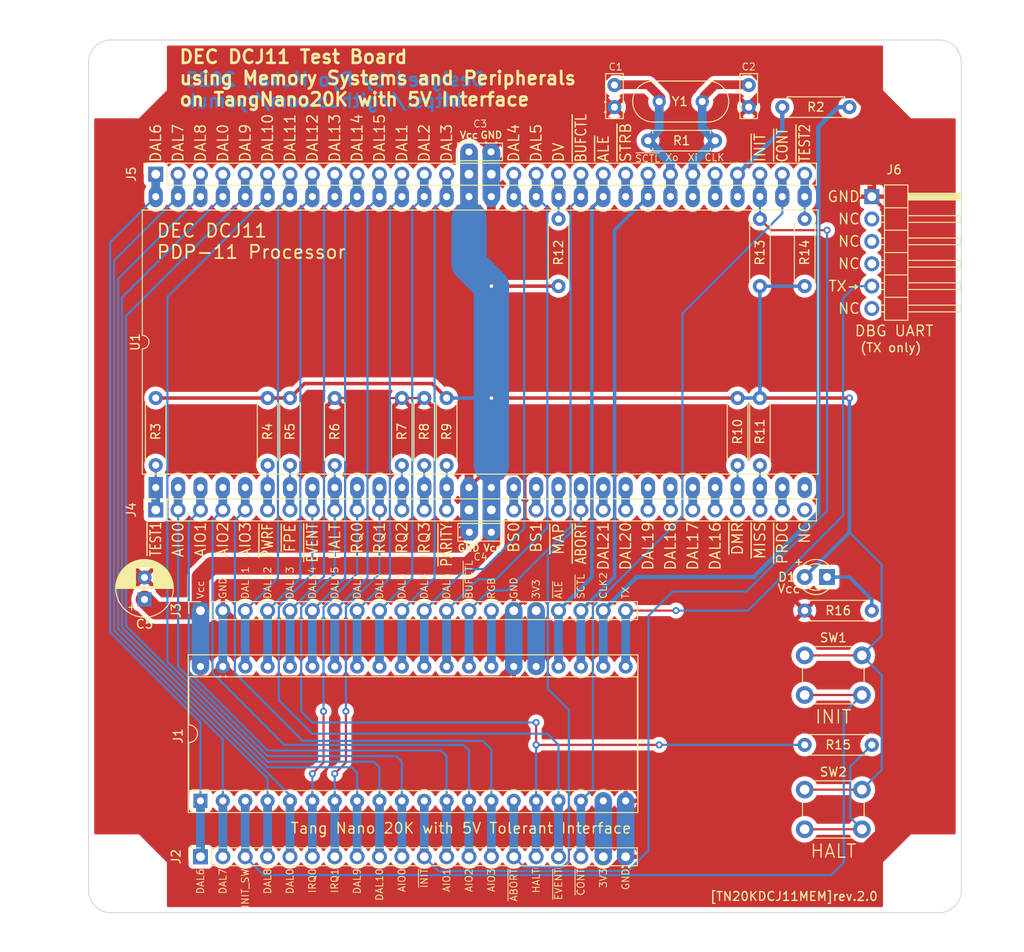
<source format=kicad_pcb>
(kicad_pcb (version 20240108) (generator "pcbnew") (generator_version "8.0")
  (layers (0 "F.Cu" signal) (31 "B.Cu" signal) (34 "B.Paste" user) (35 "F.Paste" user) (36 "B.SilkS" user "B.Silkscreen") (37 "F.SilkS" user "F.Silkscreen") (38 "B.Mask" user) (39 "F.Mask" user) (44 "Edge.Cuts" user))
  (net 0 "")
  (net 1 "GND")
  (net 2 "VCC")
  (net 3 "XTALO")
  (net 4 "XTALI")
  (net 5 "AIO3")
  (net 6 "DAL12")
  (net 7 "DAL14")
  (net 8 "DAL0")
  (net 9 "3V3a")
  (net 10 "DAL13")
  (net 11 "AIO0")
  (net 12 "CLK2_D")
  (net 13 "DAL4")
  (net 14 "AIO2")
  (net 15 "DAL15")
  (net 16 "SCTL_n")
  (net 17 "DAL11")
  (net 18 "DAL3")
  (net 20 "DAL6")
  (net 21 "LED_RGB")
  (net 22 "AIO1")
  (net 23 "DAL7")
  (net 24 "DAL5")
  (net 25 "DAL10")
  (net 28 "DAL9")
  (net 29 "DAL2")
  (net 31 "DAL1")
  (net 32 "ALE_n")
  (net 34 "DAL8")
  (net 35 "BUFCTL_n")
  (net 36 "FPE_n")
  (net 37 "PWRF_n")
  (net 38 "EVENT_n")
  (net 39 "IRQ1")
  (net 40 "BS0")
  (net 41 "HALT")
  (net 42 "DAL17")
  (net 43 "IRQ3")
  (net 44 "DMR_n")
  (net 45 "BS1")
  (net 46 "IRQ0")
  (net 47 "MAP_n")
  (net 48 "DAL16")
  (net 49 "PRDC_n")
  (net 50 "ABORT_n")
  (net 51 "DAL20")
  (net 52 "DAL19")
  (net 53 "TEST1_n")
  (net 54 "DAL21")
  (net 55 "DAL18")
  (net 56 "PARITY_n")
  (net 57 "MISS_n")
  (net 58 "IRQ2")
  (net 59 "Net-(D1-K)")
  (net 60 "STRB_n")
  (net 61 "DV")
  (net 62 "INIT_n")
  (net 63 "CLK2")
  (net 64 "CLK")
  (net 65 "TEST2_n")
  (net 66 "Net-(R15-Pad1)")
  (net 67 "INIT_SW")
  (net 69 "CONT_n")
  (net 70 "GPIO_TX")
  (net 71 "3V3b")
  (footprint "000_MyFootprint:MountingHole_3mm" (layer "F.Cu") (at 93.98 93.98)
    (property "Reference" "REF**")
    (property "Value" "MountingHole_3mm")
  )
  (footprint "000_MyFootprint:R_Axial_DIN0207_L6.3mm_D2.5mm_P7.62mm_Horizontal" (layer "F.Cu") (at 20.32 40.64 -90)
    (property "Reference" "R4")
    (property "Value" "10k")
  )
  (footprint "000_MyFootprint:SW_PUSH_6mm_H4.3mm" (layer "F.Cu") (at 81.28 69.85)
    (property "Reference" "SW1")
    (property "Value" "INIT")
  )
  (footprint "000_MyFootprint:R_Axial_DIN0207_L6.3mm_D2.5mm_P7.62mm_Horizontal" (layer "F.Cu") (at 40.64 40.64 -90)
    (property "Reference" "R9")
    (property "Value" "10k")
  )
  (footprint "000_MyFootprint:R_Axial_DIN0207_L6.3mm_D2.5mm_P7.62mm_Horizontal" (layer "F.Cu") (at 22.86 40.64 -90)
    (property "Reference" "R5")
    (property "Value" "10k")
  )
  (footprint "000_MyFootprint:PinSocket_1x30_P2.54mm_Vertical" (layer "F.Cu") (at 7.62 53.34 90)
    (property "Reference" "J4")
    (property "Value" "Conn_01x30")
  )
  (footprint "000_MyFootprint:R_Axial_DIN0207_L6.3mm_D2.5mm_P7.62mm_Horizontal" (layer "F.Cu") (at 76.2 40.64 -90)
    (property "Reference" "R11")
    (property "Value" "10k")
  )
  (footprint "000_MyFootprint:R_Axial_DIN0207_L6.3mm_D2.5mm_P7.62mm_Horizontal" (layer "F.Cu") (at 81.28 64.77)
    (property "Reference" "R16")
    (property "Value" "100k")
  )
  (footprint "000_MyFootprint:R_Axial_DIN0207_L6.3mm_D2.5mm_P7.62mm_Horizontal" (layer "F.Cu") (at 78.74 7.62)
    (property "Reference" "R2")
    (property "Value" "33")
  )
  (footprint "000_MyFootprint:R_Axial_DIN0207_L6.3mm_D2.5mm_P7.62mm_Horizontal" (layer "F.Cu") (at 53.34 27.94 90)
    (property "Reference" "R12")
    (property "Value" "10k")
  )
  (footprint "000_MyFootprint:PinHeader_1x06_P2.54mm_Horizontal" (layer "F.Cu") (at 88.9 17.78)
    (property "Reference" "J6")
    (property "Value" "DBG UART")
  )
  (footprint "000_MyFootprint:PinSocket_1x20_P2.54mm_Vertical" (layer "F.Cu") (at 12.7 64.77 90)
    (property "Reference" "J3")
    (property "Value" "Conn_01x20")
  )
  (footprint "000_MyFootprint:R_Axial_DIN0207_L6.3mm_D2.5mm_P7.62mm_Horizontal" (layer "F.Cu") (at 35.56 40.64 -90)
    (property "Reference" "R7")
    (property "Value" "10k")
  )
  (footprint "000_MyFootprint:Crystal_HC49-U_Vertical" (layer "F.Cu") (at 69.65 6.985 180)
    (property "Reference" "Y1")
    (property "Value" "18MHz")
  )
  (footprint "000_MyFootprint:LED_D3.0mm" (layer "F.Cu") (at 83.82 60.96 180)
    (property "Reference" "D1")
    (property "Value" "LED")
  )
  (footprint "000_MyFootprint:C_Disc_D5.0mm_W2.5mm_P2.50mm" (layer "F.Cu") (at 59.69 7.62 90)
    (property "Reference" "C1")
    (property "Value" "68p")
  )
  (footprint "000_MyFootprint:C_Disc_D5.0mm_W2.5mm_P2.50mm" (layer "F.Cu") (at 74.93 7.62 90)
    (property "Reference" "C2")
    (property "Value" "68p")
  )
  (footprint "000_MyFootprint:C_Disc_D5.0mm_W2.5mm_P2.50mm" (layer "F.Cu") (at 45.72 55.88 180)
    (property "Reference" "C4")
    (property "Value" "0.33uF")
  )
  (footprint "000_MyFootprint:R_Axial_DIN0207_L6.3mm_D2.5mm_P7.62mm_Horizontal" (layer "F.Cu") (at 7.62 40.64 -90)
    (property "Reference" "R3")
    (property "Value" "10k")
  )
  (footprint "000_MyFootprint:MountingHole_3mm" (layer "F.Cu") (at 5.08 5.08)
    (property "Reference" "REF**")
    (property "Value" "MountingHole_3mm")
  )
  (footprint "000_MyFootprint:SW_PUSH_6mm_H4.3mm" (layer "F.Cu") (at 81.28 85.09)
    (property "Reference" "SW2")
    (property "Value" "HALT")
  )
  (footprint "000_MyFootprint:R_Axial_DIN0207_L6.3mm_D2.5mm_P7.62mm_Horizontal" (layer "F.Cu") (at 73.66 40.64 -90)
    (property "Reference" "R10")
    (property "Value" "10k")
  )
  (footprint "000_MyFootprint:R_Axial_DIN0207_L6.3mm_D2.5mm_P7.62mm_Horizontal" (layer "F.Cu") (at 63.5 11.43)
    (property "Reference" "R1")
    (property "Value" "1M")
  )
  (footprint "000_MyFootprint:DIP-60_W33.02mm_LongPads" (layer "F.Cu") (at 7.62 50.8 90)
    (property "Reference" "U1")
    (property "Value" "DCJ11")
  )
  (footprint "000_MyFootprint:C_Disc_D5.0mm_W2.5mm_P2.50mm" (layer "F.Cu") (at 43.18 12.7)
    (property "Reference" "C3")
    (property "Value" "0.33uF")
  )
  (footprint "000_MyFootprint:R_Axial_DIN0207_L6.3mm_D2.5mm_P7.62mm_Horizontal" (layer "F.Cu") (at 38.1 40.64 -90)
    (property "Reference" "R8")
    (property "Value" "10k")
  )
  (footprint "000_MyFootprint:R_Axial_DIN0207_L6.3mm_D2.5mm_P7.62mm_Horizontal" (layer "F.Cu") (at 88.9 80.01 180)
    (property "Reference" "R15")
    (property "Value" "1k")
  )
  (footprint "000_MyFootprint:R_Axial_DIN0207_L6.3mm_D2.5mm_P7.62mm_Horizontal" (layer "F.Cu") (at 27.94 40.64 -90)
    (property "Reference" "R6")
    (property "Value" "10k")
  )
  (footprint "000_MyFootprint:DIP-40_W15.24mm_Socket" (layer "F.Cu") (at 12.7 86.36 90)
    (property "Reference" "J1")
    (property "Value" "TangNano20K5VInterface")
  )
  (footprint "000_MyFootprint:R_Axial_DIN0207_L6.3mm_D2.5mm_P7.62mm_Horizontal" (layer "F.Cu") (at 81.28 27.94 90)
    (property "Reference" "R14")
    (property "Value" "10k")
  )
  (footprint "000_MyFootprint:PinSocket_1x20_P2.54mm_Vertical" (layer "F.Cu") (at 12.7 92.71 90)
    (property "Reference" "J2")
    (property "Value" "Conn_01x20")
  )
  (footprint "000_MyFootprint:MountingHole_3mm" (layer "F.Cu") (at 5.08 93.98)
    (property "Reference" "REF**")
    (property "Value" "MountingHole_3mm")
  )
  (footprint "000_MyFootprint:CP_Radial_D6.3mm_P2.50mm" (layer "F.Cu") (at 6.35 63.5 90)
    (property "Reference" "C5")
    (property "Value" "47uF")
  )
  (footprint "000_MyFootprint:R_Axial_DIN0207_L6.3mm_D2.5mm_P7.62mm_Horizontal" (layer "F.Cu") (at 76.2 27.94 90)
    (property "Reference" "R13")
    (property "Value" "10k")
  )
  (footprint "000_MyFootprint:PinSocket_1x30_P2.54mm_Vertical" (layer "F.Cu") (at 7.62 15.24 90)
    (property "Reference" "J5")
    (property "Value" "Conn_01x30")
  )
  (footprint "000_MyFootprint:MountingHole_3mm" (layer "F.Cu") (at 93.98 5.08)
    (property "Reference" "REF**")
    (property "Value" "MountingHole_3mm")
  )
  (gr_line (start 2.54 0) (end 96.52 0) (stroke (width 0.1)) (layer "Edge.Cuts"))
  (gr_arc (start 2.54 99.06) (mid 0.743949 98.316051) (end 0 96.52) (stroke (width 0.1)) (layer "Edge.Cuts"))
  (gr_arc (start 96.52 0) (mid 98.316051 0.743949) (end 99.06 2.54) (stroke (width 0.1)) (layer "Edge.Cuts"))
  (gr_line (start 99.06 2.54) (end 99.06 96.52) (stroke (width 0.1)) (layer "Edge.Cuts"))
  (gr_arc (start 0 2.54) (mid 0.743949 0.743949) (end 2.54 0) (stroke (width 0.1)) (layer "Edge.Cuts"))
  (gr_line (start 0 96.52) (end 0 2.54) (stroke (width 0.1)) (layer "Edge.Cuts"))
  (gr_arc (start 99.06 96.52) (mid 98.316051 98.316051) (end 96.52 99.06) (stroke (width 0.1)) (layer "Edge.Cuts"))
  (gr_line (start 96.52 99.06) (end 2.54 99.06) (stroke (width 0.1)) (layer "Edge.Cuts"))
  (gr_text "Designed by Ryo Mukai, 2025\nhttps://github.com/ryomuk" (at 10.795 5.715 0) (layer "B.Cu") (effects (font (size 1.5 1.5) (thickness 0.3) (bold yes)) (justify right mirror)))
  (gr_text "IRQ0" (at 25.4 93.98 90) (layer "F.SilkS") (effects (font (size 0.8 0.8) (thickness 0.1)) (justify right)))
  (gr_text "DAL0" (at 22.86 93.98 90) (layer "F.SilkS") (effects (font (size 0.8 0.8) (thickness 0.1)) (justify right)))
  (gr_text "~{CONT}" (at 78.74 13.97 90) (layer "F.SilkS") (effects (font (size 1.2 1)) (justify left)))
  (gr_text "3V3" (at 58.42 93.98 90) (layer "F.SilkS") (effects (font (size 0.8 0.8) (thickness 0.1)) (justify right)))
  (gr_text "~{SCTL}" (at 55.88 63.5 90) (layer "F.SilkS") (effects (font (size 0.8 0.8) (thickness 0.1)) (justify left)))
  (gr_text "DAL1" (at 35.56 13.97 90) (layer "F.SilkS") (effects (font (size 1.2 1.2)) (justify left)))
  (gr_text "DAL2" (at 38.1 13.97 90) (layer "F.SilkS") (effects (font (size 1.2 1.2)) (justify left)))
  (gr_text "IRQ2" (at 35.56 54.61 90) (layer "F.SilkS") (effects (font (size 1.2 1.2)) (justify right)))
  (gr_text "NC" (at 87.63 30.48 0) (layer "F.SilkS") (effects (font (size 1.2 1.2)) (justify right)))
  (gr_text "~{BUFCTL}" (at 55.88 13.97 90) (layer "F.SilkS") (effects (font (size 1.2 1)) (justify left)))
  (gr_text "AIO0" (at 35.56 93.98 90) (layer "F.SilkS") (effects (font (size 0.8 0.8) (thickness 0.1)) (justify right)))
  (gr_text "INIT_SW" (at 17.78 93.98 90) (layer "F.SilkS") (effects (font (size 0.8 0.8) (thickness 0.1)) (justify right)))
  (gr_text "~{EVENT}" (at 53.34 93.98 90) (layer "F.SilkS") (effects (font (size 0.8 0.8) (thickness 0.1)) (justify right)))
  (gr_text "~{TEST1}" (at 7.62 54.61 90) (layer "F.SilkS") (effects (font (size 1.2 0.9)) (justify right)))
  (gr_text "TX" (at 60.96 63.5 90) (layer "F.SilkS") (effects (font (size 0.8 0.8) (thickness 0.1)) (justify left)))
  (gr_text "~{DMR}" (at 73.66 54.61 90) (layer "F.SilkS") (effects (font (size 1.2 1.2)) (justify right)))
  (gr_text "IRQ1" (at 27.94 93.98 90) (layer "F.SilkS") (effects (font (size 0.8 0.8) (thickness 0.1)) (justify right)))
  (gr_text "TX→" (at 87.63 27.94 0) (layer "F.SilkS") (effects (font (size 1.2 1.2)) (justify right)))
  (gr_text "IRQ0" (at 30.48 54.61 90) (layer "F.SilkS") (effects (font (size 1.2 1.2)) (justify right)))
  (gr_text "DAL2" (at 33.02 63.5 90) (layer "F.SilkS") (effects (font (size 0.8 0.8) (thickness 0.1)) (justify left)))
  (gr_text "Vcc" (at 12.7 63.5 90) (layer "F.SilkS") (effects (font (size 0.8 0.8) (thickness 0.1)) (justify left)))
  (gr_text "~{MISS}" (at 76.2 54.61 90) (layer "F.SilkS") (effects (font (size 1.2 1.2)) (justify right)))
  (gr_text "AIO2" (at 43.18 93.98 90) (layer "F.SilkS") (effects (font (size 0.8 0.8) (thickness 0.1)) (justify right)))
  (gr_text "DAL11" (at 17.78 63.5 90) (layer "F.SilkS") (effects (font (size 0.8 0.8) (thickness 0.1)) (justify left)))
  (gr_text "~{TEST2}" (at 81.28 13.97 90) (layer "F.SilkS") (effects (font (size 1.2 1)) (justify left)))
  (gr_text "DAL17" (at 68.58 54.61 90) (layer "F.SilkS") (effects (font (size 1.2 1.2)) (justify right)))
  (gr_text "~{PARITY}" (at 40.64 54.737 90) (layer "F.SilkS") (effects (font (size 1.2 1)) (justify right)))
  (gr_text "DAL15" (at 33.02 13.97 90) (layer "F.SilkS") (effects (font (size 1.2 1.2)) (justify left)))
  (gr_text "~{PWRF}" (at 20.32 54.737 90) (layer "F.SilkS") (effects (font (size 1.2 1)) (justify right)))
  (gr_text "DAL13" (at 27.94 13.97 90) (layer "F.SilkS") (effects (font (size 1.2 1.2)) (justify left)))
  (gr_text "DAL13" (at 22.86 63.5 90) (layer "F.SilkS") (effects (font (size 0.8 0.8) (thickness 0.1)) (justify left)))
  (gr_text "~{STRB}" (at 60.96 13.97 90) (layer "F.SilkS") (effects (font (size 1.2 1.2)) (justify left)))
  (gr_text "NC" (at 87.63 22.86 0) (layer "F.SilkS") (effects (font (size 1.2 1.2)) (justify right)))
  (gr_text "DAL3" (at 40.64 13.97 90) (layer "F.SilkS") (effects (font (size 1.2 1.2)) (justify left)))
  (gr_text "BS0" (at 48.26 54.61 90) (layer "F.SilkS") (effects (font (size 1.2 1.2)) (justify right)))
  (gr_text "GND" (at 44.45 57.658 0) (layer "F.SilkS") (effects (font (size 0.8 0.8)) (justify right)))
  (gr_text "DAL10" (at 33.02 93.98 90) (layer "F.SilkS") (effects (font (size 0.8 0.8) (thickness 0.1)) (justify right)))
  (gr_text "DAL16" (at 71.12 54.61 90) (layer "F.SilkS") (effects (font (size 1.2 1.2)) (justify right)))
  (gr_text "DAL12" (at 25.4 13.97 90) (layer "F.SilkS") (effects (font (size 1.2 1.2)) (justify left)))
  (gr_text "DAL8" (at 12.7 13.97 90) (layer "F.SilkS") (effects (font (size 1.2 1.2)) (justify left)))
  (gr_text "DAL21" (at 58.42 54.61 90) (layer "F.SilkS") (effects (font (size 1.2 1.2)) (justify right)))
  (gr_text "DAL15" (at 27.94 63.5 90) (layer "F.SilkS") (effects (font (size 0.8 0.8) (thickness 0.1)) (justify left)))
  (gr_text "~{ALE}" (at 58.42 13.97 90) (layer "F.SilkS") (effects (font (size 1.2 1.2)) (justify left)))
  (gr_text "DAL14" (at 25.4 63.5 90) (layer "F.SilkS") (effects (font (size 0.8 0.8) (thickness 0.1)) (justify left)))
  (gr_text "~{INIT}" (at 38.1 93.98 90) (layer "F.SilkS") (effects (font (size 0.8 0.8) (thickness 0.1)) (justify right)))
  (gr_text "NC" (at 87.63 25.4 0) (layer "F.SilkS") (effects (font (size 1.2 1.2)) (justify right)))
  (gr_text "~{SCTL}" (at 61.976 13.462 0) (layer "F.SilkS") (effects (font (size 0.8 0.8) (thickness 0.1)) (justify left)))
  (gr_text "DAL6" (at 12.7 93.98 90) (layer "F.SilkS") (effects (font (size 0.8 0.8) (thickness 0.1)) (justify right)))
  (gr_text "HALT" (at 27.94 54.737 90) (layer "F.SilkS") (effects (font (size 1.2 1.2)) (justify right)))
  (gr_text "AIO1" (at 12.7 54.61 90) (layer "F.SilkS") (effects (font (size 1.2 1.2)) (justify right)))
  (gr_text "DAL20" (at 60.96 54.61 90) (layer "F.SilkS") (effects (font (size 1.2 1.2)) (justify right)))
  (gr_text "DAL19" (at 63.5 54.61 90) (layer "F.SilkS") (effects (font (size 1.2 1.2)) (justify right)))
  (gr_text "AIO3" (at 45.72 93.98 90) (layer "F.SilkS") (effects (font (size 0.8 0.8) (thickness 0.1)) (justify right)))
  (gr_text "+" (at 80.01 59.69 0) (layer "F.SilkS") (effects (font (size 0.8 0.8)) (justify left bottom)))
  (gr_text "GND" (at 87.63 17.78 0) (layer "F.SilkS") (effects (font (size 1.2 1.2)) (justify right)))
  (gr_text "Vcc" (at 43.18 10.795 0) (layer "F.SilkS") (effects (font (size 0.8 0.8))))
  (gr_text "AIO0" (at 10.16 54.61 90) (layer "F.SilkS") (effects (font (size 1.2 1.2)) (justify right)))
  (gr_text "(TX only)" (at 94.615 34.925 0) (layer "F.SilkS") (effects (font (size 1 1)) (justify right)))
  (gr_text "~{ABORT}" (at 48.26 93.98 90) (layer "F.SilkS") (effects (font (size 0.8 0.8) (thickness 0.1)) (justify right)))
  (gr_text "AIO2" (at 15.24 54.61 90) (layer "F.SilkS") (effects (font (size 1.2 1.2)) (justify right)))
  (gr_text "CLK" (at 69.85 13.335 0) (layer "F.SilkS") (effects (font (size 0.8 0.8) (thickness 0.1)) (justify left)))
  (gr_text "DEC DCJ11 Test Board\nusing Memory Systems and Peripherals\non TangNano20K with 5V Interface" (at 10.16 7.62 0) (layer "F.SilkS") (effects (font (size 1.5 1.5) (thickness 0.3) (bold yes)) (justify left bottom)))
  (gr_text "IRQ1" (at 33.02 54.61 90) (layer "F.SilkS") (effects (font (size 1.2 1.2)) (justify right)))
  (gr_text "Xi" (at 67.945 13.335 0) (layer "F.SilkS") (effects (font (size 0.8 0.8) (thickness 0.1)) (justify left)))
  (gr_text "DAL4" (at 48.26 13.97 90) (layer "F.SilkS") (effects (font (size 1.2 1.2)) (justify left)))
  (gr_text "~{CONT}" (at 55.88 93.98 90) (layer "F.SilkS") (effects (font (size 0.8 0.8) (thickness 0.1)) (justify right)))
  (gr_text "Xo" (at 65.405 13.335 0) (layer "F.SilkS") (effects (font (size 0.8 0.8) (thickness 0.1)) (justify left)))
  (gr_text "~{ALE}" (at 53.34 63.5 90) (layer "F.SilkS") (effects (font (size 0.8 0.8) (thickness 0.1)) (justify left)))
  (gr_text "RGB" (at 45.72 63.5 90) (layer "F.SilkS") (effects (font (size 0.8 0.8) (thickness 0.1)) (justify left)))
  (gr_text "DAL5" (at 50.8 13.97 90) (layer "F.SilkS") (effects (font (size 1.2 1.2)) (justify left)))
  (gr_text "DAL1" (at 30.48 63.5 90) (layer "F.SilkS") (effects (font (size 0.8 0.8) (thickness 0.1)) (justify left)))
  (gr_text "NC" (at 81.28 54.61 90) (layer "F.SilkS") (effects (font (size 1.2 1.2)) (justify right)))
  (gr_text "HALT" (at 50.8 93.98 90) (layer "F.SilkS") (effects (font (size 0.8 0.8) (thickness 0.1)) (justify right)))
  (gr_text "Tang Nano 20K with 5V Tolerant Interface" (at 22.86 90.17 0) (layer "F.SilkS") (effects (font (size 1.2 1.2)) (justify left bottom)))
  (gr_text "DAL18" (at 66.04 54.61 90) (layer "F.SilkS") (effects (font (size 1.2 1.2)) (justify right)))
  (gr_text "DAL9" (at 17.78 13.97 90) (layer "F.SilkS") (effects (font (size 1.2 1.2)) (justify left)))
  (gr_text "NC" (at 87.63 20.32 0) (layer "F.SilkS") (effects (font (size 1.2 1.2)) (justify right)))
  (gr_text "DEC DCJ11\nPDP-11 Processor\n" (at 7.62 22.86 0) (layer "F.SilkS") (effects (font (size 1.5 1.5) (thickness 0.2)) (justify left)))
  (gr_text "~{PRDC}" (at 78.74 54.61 90) (layer "F.SilkS") (effects (font (size 1.2 1.2)) (justify right)))
  (gr_text "DAL9" (at 30.48 93.98 90) (layer "F.SilkS") (effects (font (size 0.8 0.8) (thickness 0.1)) (justify right)))
  (gr_text "AIO3" (at 17.78 54.61 90) (layer "F.SilkS") (effects (font (size 1.2 1.2)) (justify right)))
  (gr_text "~{ABORT}" (at 55.88 54.737 90) (layer "F.SilkS") (effects (font (size 1.2 1)) (justify right)))
  (gr_text "DV" (at 53.34 13.97 90) (layer "F.SilkS") (effects (font (size 1.2 1.2)) (justify left)))
  (gr_text "DAL0" (at 15.24 13.97 90) (layer "F.SilkS") (effects (font (size 1.2 1.2)) (justify left)))
  (gr_text "DAL3" (at 35.56 63.5 90) (layer "F.SilkS") (effects (font (size 0.8 0.8) (thickness 0.1)) (justify left)))
  (gr_text "GND" (at 48.26 63.5 90) (layer "F.SilkS") (effects (font (size 0.8 0.8) (thickness 0.1)) (justify left)))
  (gr_text "DAL10" (at 20.32 13.97 90) (layer "F.SilkS") (effects (font (size 1.2 1.2)) (justify left)))
  (gr_text "DAL11" (at 22.86 13.97 90) (layer "F.SilkS") (effects (font (size 1.2 1.2)) (justify left)))
  (gr_text "~{INIT}" (at 76.2 13.97 90) (layer "F.SilkS") (effects (font (size 1.2 1.2)) (justify left)))
  (gr_text "Vcc" (at 46.99 57.658 0) (layer "F.SilkS") (effects (font (size 0.8 0.8)) (justify right)))
  (gr_text "CLK2" (at 58.42 63.5 90) (layer "F.SilkS") (effects (font (size 0.8 0.8) (thickness 0.1)) (justify left)))
  (gr_text "[TN20KDCJ11MEM]rev.2.0" (at 89.662 97.79 0) (layer "F.SilkS") (effects (font (size 1 1)) (justify right bottom)))
  (gr_text "Vcc" (at 78.105 62.865 0) (layer "F.SilkS") (effects (font (size 1 1)) (justify left bottom)))
  (gr_text "3V3" (at 50.8 63.5 90) (layer "F.SilkS") (effects (font (size 0.8 0.8) (thickness 0.1)) (justify left)))
  (gr_text "DAL7" (at 10.16 13.97 90) (layer "F.SilkS") (effects (font (size 1.2 1.2)) (justify left)))
  (gr_text "DAL12" (at 20.32 63.5 90) (layer "F.SilkS") (effects (font (size 0.8 0.8) (thickness 0.1)) (justify left)))
  (gr_text "DAL7" (at 15.24 93.98 90) (layer "F.SilkS") (effects (font (size 0.8 0.8) (thickness 0.1)) (justify right)))
  (gr_text "~{MAP}" (at 53.34 54.737 90) (layer "F.SilkS") (effects (font (size 1.2 1.2)) (justify right)))
  (gr_text "GND" (at 45.72 10.795 0) (layer "F.SilkS") (effects (font (size 0.8 0.8))))
  (gr_text "IRQ3" (at 38.1 54.61 90) (layer "F.SilkS") (effects (font (size 1.2 1.2)) (justify right)))
  (gr_text "AIO1" (at 40.64 93.98 90) (layer "F.SilkS") (effects (font (size 0.8 0.8) (thickness 0.1)) (justify right)))
  (gr_text "GND" (at 60.96 93.98 90) (layer "F.SilkS") (effects (font (size 0.8 0.8) (thickness 0.1)) (justify right)))
  (gr_text "~{BUFCTL}" (at 43.18 63.5 90) (layer "F.SilkS") (effects (font (size 0.8 0.8) (thickness 0.1)) (justify left)))
  (gr_text "DAL4" (at 38.1 63.5 90) (layer "F.SilkS") (effects (font (size 0.8 0.8) (thickness 0.1)) (justify left)))
  (gr_text "DAL6" (at 7.62 13.97 90) (layer "F.SilkS") (effects (font (size 1.2 1.2)) (justify left)))
  (gr_text "DAL8" (at 20.32 93.98 90) (layer "F.SilkS") (effects (font (size 0.8 0.8) (thickness 0.1)) (justify right)))
  (gr_text "~{FPE}" (at 22.86 54.737 90) (layer "F.SilkS") (effects (font (size 1.2 1.2)) (justify right)))
  (gr_text "DAL14" (at 30.48 13.97 90) (layer "F.SilkS") (effects (font (size 1.2 1.2)) (justify left)))
  (gr_text "DAL5" (at 40.64 63.5 90) (layer "F.SilkS") (effects (font (size 0.8 0.8) (thickness 0.1)) (justify left)))
  (gr_text "~{EVENT}" (at 25.4 54.737 90) (layer "F.SilkS") (effects (font (size 1.2 1)) (justify right)))
  (gr_text "GND" (at 15.24 63.5 90) (layer "F.SilkS") (effects (font (size 0.8 0.8) (thickness 0.1)) (justify left)))
  (gr_text "BS1" (at 50.8 54.61 90) (layer "F.SilkS") (effects (font (size 1.2 1.2)) (justify right)))
  (segment (start 45.68 5.21863) (end 44.90637 4.445) (width 1) (layer "F.Cu") (net 1))
  (segment (start 44.90637 4.445) (end 12.827 4.445) (width 1) (layer "F.Cu") (net 1))
  (segment (start 2.032 60.96) (end 2.032 55.372) (width 1) (layer "F.Cu") (net 1))
  (segment (start 43.18 43.18) (end 43.18 23.368) (width 1) (layer "F.Cu") (net 1))
  (segment (start 76.13 6.42) (end 76.13 4.622943) (width 0.4) (layer "F.Cu") (net 1))
  (segment (start 48.26 71.12) (end 46.76 72.62) (width 1) (layer "F.Cu") (net 1))
  (segment (start 45.68 12.7) (end 45.68 6.35) (width 1) (layer "F.Cu") (net 1))
  (segment (start 49.51 49.952944) (end 48.757056 49.2) (width 0.4) (layer "F.Cu") (net 1))
  (segment (start 38.1 40.64) (end 35.56 40.64) (width 0.25) (layer "F.Cu") (net 1))
  (segment (start 60.96 92.71) (end 86.639899 92.71) (width 0.4) (layer "F.Cu") (net 1))
  (segment (start 43.18 23.368) (end 45.72 20.828) (width 1) (layer "F.Cu") (net 1))
  (segment (start 46.71 66.32) (end 16.79 66.32) (width 1) (layer "F.Cu") (net 1))
  (segment (start 5.17863 60.96) (end 2.032 60.96) (width 1) (layer "F.Cu") (net 1))
  (segment (start 88.9 8.038679) (end 88.9 17.78) (width 1) (layer "F.Cu") (net 1))
  (segment (start 90.17 74.93) (end 90.17 19.05) (width 0.4) (layer "F.Cu") (net 1))
  (segment (start 43.18 55.84) (end 43.22 55.88) (width 2) (layer "F.Cu") (net 1))
  (segment (start 74.93 7.62) (end 76.13 6.42) (width 0.4) (layer "F.Cu") (net 1))
  (segment (start 44.78 49.2) (end 43.18 50.8) (width 0.4) (layer "F.Cu") (net 1))
  (segment (start 57.658 96.012) (end 60.96 92.71) (width 1) (layer "F.Cu") (net 1))
  (segment (start 12.827 4.445) (end 2.032 15.24) (width 1) (layer "F.Cu") (net 1))
  (segment (start 2.032 55.372) (end 2.032 43.18) (width 1) (layer "F.Cu") (net 1))
  (segment (start 40.64 43.18) (end 43.18 43.18) (width 0.25) (layer "F.Cu") (net 1))
  (segment (start 76.13 4.622943) (end 75.317057 3.81) (width 0.4) (layer "F.Cu") (net 1))
  (segment (start 38.1 40.64) (end 40.64 43.18) (width 0.25) (layer "F.Cu") (net 1))
  (segment (start 48.26 64.77) (end 46.71 66.32) (width 1) (layer "F.Cu") (net 1))
  (segment (start 90.17 19.05) (end 88.9 17.78) (width 0.4) (layer "F.Cu") (net 1))
  (segment (start 58.42 4.692943) (end 58.42 6.35) (width 0.4) (layer "F.Cu") (net 1))
  (segment (start 2.032 43.18) (end 2.032 15.24) (width 1) (layer "F.Cu") (net 1))
  (segment (start 81.28 64.77) (end 80.03 63.52) (width 0.4) (layer "F.Cu") (net 1))
  (segment (start 46.95 7.62) (end 59.69 7.62) (width 1) (layer "F.Cu") (net 1))
  (segment (start 10.16 96.012) (end 57.658 96.012) (width 1) (layer "F.Cu") (net 1))
  (segment (start 16.79 66.32) (end 15.24 64.77) (width 1) (layer "F.Cu") (net 1))
  (segment (start 10.16 88.9) (end 10.16 96.012) (width 1) (layer "F.Cu") (net 1))
  (segment (start 4.548 72.62) (end 2.032 70.104) (width 1) (layer "F.Cu") (net 1))
  (segment (start 13.74 72.62) (end 4.548 72.62) (width 1) (layer "F.Cu") (net 1))
  (segment (start 45.72 17.78) (end 45.72 12.74) (width 2) (layer "F.Cu") (net 1))
  (segment (start 80.03 63.52) (end 49.51 63.52) (width 0.4) (layer "F.Cu") (net 1))
  (segment (start 35.56 40.64) (end 27.94 40.64) (width 0.25) (layer "F.Cu") (net 1))
  (segment (start 49.51 63.52) (end 48.26 64.77) (width 0.4) (layer "F.Cu") (net 1))
  (segment (start 45.72 20.828) (end 45.72 17.78) (width 1) (layer "F.Cu") (net 1))
  (segment (start 46.76 72.62) (end 16.74 72.62) (width 1) (layer "F.Cu") (net 1))
  (segment (start 43.22 55.88) (end 2.54 55.88) (width 1) (layer "F.Cu") (net 1))
  (segment (start 4.548 72.62) (end 4.548 83.288) (width 1) (layer "F.Cu") (net 1))
  (segment (start 90.17 89.179899) (end 90.17 74.93) (width 0.4) (layer "F.Cu") (net 1))
  (segment (start 25.4 43.18) (end 2.032 43.18) (width 0.25) (layer "F.Cu") (net 1))
  (segment (start 43.18 50.8) (end 43.18 55.84) (width 2) (layer "F.Cu") (net 1))
  (segment (start 48.757056 49.2) (end 44.78 49.2) (width 0.4) (layer "F.Cu") (net 1))
  (segment (start 45.68 6.35) (end 46.95 7.62) (width 1) (layer "F.Cu") (net 1))
  (segment (start 43.18 50.8) (end 43.18 43.18) (width 1) (layer "F.Cu") (net 1))
  (segment (start 86.639899 92.71) (end 90.17 89.179899) (width 0.4) (layer "F.Cu") (net 1))
  (segment (start 59.302943 3.81) (end 58.42 4.692943) (width 0.4) (layer "F.Cu") (net 1))
  (segment (start 15.24 71.12) (end 13.74 72.62) (width 1) (layer "F.Cu") (net 1))
  (segment (start 58.42 6.35) (end 59.69 7.62) (width 0.4) (layer "F.Cu") (net 1))
  (segment (start 4.548 83.288) (end 10.16 88.9) (width 1) (layer "F.Cu") (net 1))
  (segment (start 86.981321 6.12) (end 88.9 8.038679) (width 1) (layer "F.Cu") (net 1))
  (segment (start 5.21863 61) (end 5.17863 60.96) (width 1) (layer "F.Cu") (net 1))
  (segment (start 27.94 40.64) (end 25.4 43.18) (width 0.25) (layer "F.Cu") (net 1))
  (segment (start 45.68 6.35) (end 45.68 5.21863) (width 1) (layer "F.Cu") (net 1))
  (segment (start 45.72 12.74) (end 45.68 12.7) (width 2) (layer "F.Cu") (net 1))
  (segment (start 74.93 7.62) (end 76.43 6.12) (width 1) (layer "F.Cu") (net 1))
  (segment (start 76.43 6.12) (end 86.981321 6.12) (width 1) (layer "F.Cu") (net 1))
  (segment (start 16.74 72.62) (end 15.24 71.12) (width 1) (layer "F.Cu") (net 1))
  (segment (start 75.317057 3.81) (end 59.302943 3.81) (width 0.4) (layer "F.Cu") (net 1))
  (segment (start 6.35 61) (end 5.21863 61) (width 1) (layer "F.Cu") (net 1))
  (segment (start 49.51 63.52) (end 49.51 49.952944) (width 0.4) (layer "F.Cu") (net 1))
  (segment (start 2.54 55.88) (end 2.032 55.372) (width 1) (layer "F.Cu") (net 1))
  (segment (start 2.032 70.104) (end 2.032 60.96) (width 1) (layer "F.Cu") (net 1))
  (segment (start 43.22 50.84) (end 43.18 50.8) (width 2) (layer "B.Cu") (net 1))
  (segment (start 48.26 71.12) (end 48.26 64.77) (width 2) (layer "B.Cu") (net 1))
  (segment (start 45.72 12.74) (end 45.68 12.7) (width 2) (layer "B.Cu") (net 1))
  (segment (start 15.24 64.77) (end 15.24 71.12) (width 1) (layer "B.Cu") (net 1))
  (segment (start 60.96 92.71) (end 60.96 86.36) (width 2) (layer "B.Cu") (net 1))
  (segment (start 43.22 55.88) (end 43.22 50.84) (width 2) (layer "B.Cu") (net 1))
  (segment (start 45.72 17.78) (end 45.72 12.74) (width 2) (layer "B.Cu") (net 1))
  (segment (start 43.18 12.7) (end 43.18 17.78) (width 2) (layer "F.Cu") (net 2))
  (segment (start 7.62 64.77) (end 6.35 63.5) (width 2) (layer "F.Cu") (net 2))
  (segment (start 22.86 40.64) (end 20.32 40.64) (width 0.4) (layer "F.Cu") (net 2))
  (segment (start 24.5 39) (end 22.86 40.64) (width 0.4) (layer "F.Cu") (net 2))
  (segment (start 40.64 40.64) (end 39 39) (width 0.4) (layer "F.Cu") (net 2))
  (segment (start 81.28 85.09) (end 87.78 85.09) (width 0.25) (layer "F.Cu") (net 2))
  (segment (start 12.7 64.77) (end 7.62 64.77) (width 2) (layer "F.Cu") (net 2))
  (segment (start 39 39) (end 24.5 39) (width 0.4) (layer "F.Cu") (net 2))
  (segment (start 12.7 60.96) (end 13.97 59.69) (width 2) (layer "F.Cu") (net 2))
  (segment (start 45.72 55.88) (end 45.72 50.8) (width 2) (layer "F.Cu") (net 2))
  (segment (start 12.7 64.77) (end 12.7 60.96) (width 2) (layer "F.Cu") (net 2))
  (segment (start 86.36 40.64) (end 76.2 40.64) (width 0.4) (layer "F.Cu") (net 2))
  (segment (start 20.32 40.64) (end 7.62 40.64) (width 0.4) (layer "F.Cu") (net 2))
  (segment (start 53.34 27.94) (end 45.72 27.94) (width 0.4) (layer "F.Cu") (net 2))
  (segment (start 13.97 59.69) (end 43.04137 59.69) (width 2) (layer "F.Cu") (net 2))
  (segment (start 45.72 57.01137) (end 45.72 55.88) (width 2) (layer "F.Cu") (net 2))
  (segment (start 81.28 69.85) (end 87.78 69.85) (width 0.25) (layer "F.Cu") (net 2))
  (segment (start 73.66 40.64) (end 45.72 40.64) (width 0.4) (layer "F.Cu") (net 2))
  (segment (start 43.04137 59.69) (end 45.72 57.01137) (width 2) (layer "F.Cu") (net 2))
  (via (at 45.72 40.64) (size 0.8) (drill 0.4) (layers "F.Cu" "B.Cu") (net 2))
  (via (at 86.36 40.64) (size 0.8) (drill 0.4) (layers "F.Cu" "B.Cu") (net 2))
  (via (at 45.72 27.94) (size 0.8) (drill 0.4) (layers "F.Cu" "B.Cu") (net 2))
  (segment (start 45.72 40.64) (end 40.64 40.64) (width 0.4) (layer "B.Cu") (net 2))
  (segment (start 45.72 50.8) (end 45.72 49.53) (width 2) (layer "B.Cu") (net 2))
  (segment (start 86.36 55.88) (end 90.025 59.545) (width 0.25) (layer "B.Cu") (net 2))
  (segment (start 76.2 40.64) (end 73.66 40.64) (width 0.4) (layer "B.Cu") (net 2))
  (segment (start 81.28 27.94) (end 76.2 27.94) (width 0.4) (layer "B.Cu") (net 2))
  (segment (start 90.025 67.605) (end 87.78 69.85) (width 0.25) (layer "B.Cu") (net 2))
  (segment (start 76.2 27.94) (end 76.2 40.64) (width 0.4) (layer "B.Cu") (net 2))
  (segment (start 45.72 50.8) (end 45.72 55.88) (width 2) (layer "B.Cu") (net 2))
  (segment (start 43.18 17.78) (end 43.18 12.7) (width 2) (layer "B.Cu") (net 2))
  (segment (start 81.28 60.96) (end 86.36 55.88) (width 0.4) (layer "B.Cu") (net 2))
  (segment (start 90.025 59.545) (end 90.025 67.605) (width 0.25) (layer "B.Cu") (net 2))
  (segment (start 12.7 71.12) (end 12.7 64.77) (width 2) (layer "B.Cu") (net 2))
  (segment (start 45.72 48.26) (end 45.72 40.64) (width 4) (layer "B.Cu") (net 2))
  (segment (start 87.78 69.85) (end 90.025 72.095) (width 0.25) (layer "B.Cu") (net 2))
  (segment (start 86.36 55.88) (end 86.36 40.64) (width 0.4) (layer "B.Cu") (net 2))
  (segment (start 43.18 25.4) (end 43.18 20.32) (width 4) (layer "B.Cu") (net 2))
  (segment (start 45.72 49.53) (end 45.72 48.26) (width 2) (layer "B.Cu") (net 2))
  (segment (start 45.72 40.64) (end 45.72 27.94) (width 4) (layer "B.Cu") (net 2))
  (segment (start 90.025 82.845) (end 87.78 85.09) (width 0.25) (layer "B.Cu") (net 2))
  (segment (start 45.72 27.94) (end 43.18 25.4) (width 4) (layer "B.Cu") (net 2))
  (segment (start 90.025 72.095) (end 90.025 82.845) (width 0.25) (layer "B.Cu") (net 2))
  (segment (start 43.18 17.78) (end 43.18 20.32) (width 2) (layer "B.Cu") (net 2))
  (segment (start 64.97 6.55) (end 63.5 5.08) (width 1) (layer "F.Cu") (net 3))
  (segment (start 63.5 5.08) (end 59.73 5.08) (width 1) (layer "F.Cu") (net 3))
  (segment (start 66.04 15.24) (end 66.04 17.78) (width 1) (layer "B.Cu") (net 3))
  (segment (start 66.04 13.97) (end 63.5 11.43) (width 1) (layer "B.Cu") (net 3))
  (segment (start 66.04 15.24) (end 66.04 13.97) (width 1) (layer "B.Cu") (net 3))
  (segment (start 64.77 10.16) (end 63.5 11.43) (width 1) (layer "B.Cu") (net 3))
  (segment (start 64.77 6.985) (end 64.77 10.16) (width 1) (layer "B.Cu") (net 3))
  (segment (start 71.12 5.08) (end 74.89 5.08) (width 1) (layer "F.Cu") (net 4))
  (segment (start 69.85 6.35) (end 71.12 5.08) (width 1) (layer "F.Cu") (net 4))
  (segment (start 68.58 15.24) (end 68.58 17.78) (width 1) (layer "B.Cu") (net 4))
  (segment (start 68.58 13.97) (end 71.12 11.43) (width 1) (layer "B.Cu") (net 4))
  (segment (start 69.65 9.96) (end 71.12 11.43) (width 1) (layer "B.Cu") (net 4))
  (segment (start 68.58 15.24) (end 68.58 13.97) (width 1) (layer "B.Cu") (net 4))
  (segment (start 69.65 6.985) (end 69.65 9.96) (width 1) (layer "B.Cu") (net 4))
  (segment (start 16.605 54.515) (end 16.605 71.85) (width 0.25) (layer "B.Cu") (net 5))
  (segment (start 45.72 86.36) (end 45.72 92.71) (width 1) (layer "B.Cu") (net 5))
  (segment (start 17.78 53.34) (end 16.605 54.515) (width 0.25) (layer "B.Cu") (net 5))
  (segment (start 17.78 50.8) (end 17.78 53.34) (width 1) (layer "B.Cu") (net 5))
  (segment (start 16.605 71.85) (end 24.315 79.56) (width 0.25) (layer "B.Cu") (net 5))
  (segment (start 44.762 79.56) (end 45.72 80.518) (width 0.25) (layer "B.Cu") (net 5))
  (segment (start 24.315 79.56) (end 44.762 79.56) (width 0.25) (layer "B.Cu") (net 5))
  (segment (start 45.72 80.518) (end 45.72 86.36) (width 0.25) (layer "B.Cu") (net 5))
  (segment (start 24.035 61.055) (end 24.035 19.145) (width 0.25) (layer "B.Cu") (net 6))
  (segment (start 24.035 19.145) (end 25.4 17.78) (width 0.25) (layer "B.Cu") (net 6))
  (segment (start 25.4 15.24) (end 25.4 17.78) (width 1) (layer "B.Cu") (net 6))
  (segment (start 20.32 64.77) (end 20.32 71.12) (width 1) (layer "B.Cu") (net 6))
  (segment (start 20.32 64.77) (end 24.035 61.055) (width 0.25) (layer "B.Cu") (net 6))
  (segment (start 29.115 61.055) (end 29.115 19.145) (width 0.25) (layer "B.Cu") (net 7))
  (segment (start 29.115 19.145) (end 30.48 17.78) (width 0.25) (layer "B.Cu") (net 7))
  (segment (start 30.48 15.24) (end 30.48 17.78) (width 1) (layer "B.Cu") (net 7))
  (segment (start 25.4 64.77) (end 29.115 61.055) (width 0.25) (layer "B.Cu") (net 7))
  (segment (start 25.4 64.77) (end 25.4 71.12) (width 1) (layer "B.Cu") (net 7))
  (segment (start 15.24 15.24) (end 15.24 17.78) (width 1) (layer "B.Cu") (net 8))
  (segment (start 3.795 29.225) (end 3.795 66.665584) (width 0.25) (layer "B.Cu") (net 8))
  (segment (start 22.86 86.36) (end 22.86 92.71) (width 1) (layer "B.Cu") (net 8))
  (segment (start 3.795 66.665584) (end 22.86 85.730584) (width 0.25) (layer "B.Cu") (net 8))
  (segment (start 15.24 17.78) (end 3.795 29.225) (width 0.25) (layer "B.Cu") (net 8))
  (segment (start 58.42 92.71) (end 58.42 86.36) (width 2) (layer "B.Cu") (net 9))
  (segment (start 26.725 18.995) (end 27.94 17.78) (width 0.25) (layer "B.Cu") (net 10))
  (segment (start 22.86 64.77) (end 22.86 71.12) (width 1) (layer "B.Cu") (net 10))
  (segment (start 22.86 64.77) (end 26.725 60.905) (width 0.25) (layer "B.Cu") (net 10))
  (segment (start 26.725 60.905) (end 26.725 18.995) (width 0.25) (layer "B.Cu") (net 10))
  (segment (start 27.94 15.24) (end 27.94 17.78) (width 1) (layer "B.Cu") (net 10))
  (segment (start 15.24349 76.200698) (end 20.321396 81.278604) (width 0.25) (layer "B.Cu") (net 11))
  (segment (start 35.56 86.36) (end 35.56 92.71) (width 1) (layer "B.Cu") (net 11))
  (segment (start 10.16 53.34) (end 10.16 71.121396) (width 0.25) (layer "B.Cu") (net 11))
  (segment (start 35.56 81.915) (end 35.56 86.36) (width 0.25) (layer "B.Cu") (net 11))
  (segment (start 10.16 50.8) (end 10.16 53.34) (width 1) (layer "B.Cu") (net 11))
  (segment (start 10.16 71.121396) (end 15.239302 76.200698) (width 0.25) (layer "B.Cu") (net 11))
  (segment (start 34.923604 81.278604) (end 35.56 81.915) (width 0.25) (layer "B.Cu") (net 11))
  (segment (start 15.239302 76.200698) (end 15.24349 76.200698) (width 0.25) (layer "B.Cu") (net 11))
  (segment (start 20.321396 81.278604) (end 34.923604 81.278604) (width 0.25) (layer "B.Cu") (net 11))
  (segment (start 58.42 71.12) (end 58.42 64.77) (width 1) (layer "B.Cu") (net 12))
  (segment (start 82.834239 9.875761) (end 85.09 7.62) (width 0.5) (layer "B.Cu") (net 12))
  (segment (start 82.834239 53.624239) (end 75.498478 60.96) (width 0.5) (layer "B.Cu") (net 12))
  (segment (start 62.23 60.96) (end 58.42 64.77) (width 0.5) (layer "B.Cu") (net 12))
  (segment (start 82.834239 53.624239) (end 82.834239 9.875761) (width 0.5) (layer "B.Cu") (net 12))
  (segment (start 75.498478 60.96) (end 62.23 60.96) (width 0.5) (layer "B.Cu") (net 12))
  (segment (start 85.09 7.62) (end 86.36 7.62) (width 0.5) (layer "B.Cu") (net 12))
  (segment (start 44.846584 60.055416) (end 49.435 55.467) (width 0.25) (layer "B.Cu") (net 13))
  (segment (start 49.435 55.467) (end 49.435 18.955) (width 0.25) (layer "B.Cu") (net 13))
  (segment (start 42.814584 60.055416) (end 44.846584 60.055416) (width 0.25) (layer "B.Cu") (net 13))
  (segment (start 38.1 64.77) (end 42.814584 60.055416) (width 0.25) (layer "B.Cu") (net 13))
  (segment (start 38.1 64.77) (end 38.1 71.12) (width 1) (layer "B.Cu") (net 13))
  (segment (start 48.26 15.24) (end 48.26 17.78) (width 1) (layer "B.Cu") (net 13))
  (segment (start 49.435 18.955) (end 48.26 17.78) (width 0.25) (layer "B.Cu") (net 13))
  (segment (start 40.386 62.484) (end 41.417584 61.452416) (width 0.25) (layer "B.Cu") (net 13))
  (segment (start 40.386 62.484) (end 38.1 64.77) (width 0.25) (layer "B.Cu") (net 13))
  (segment (start 15.24 53.34) (end 14.065 54.515) (width 0.25) (layer "B.Cu") (net 14))
  (segment (start 42.545 80.01) (end 43.18 80.645) (width 0.25) (layer "B.Cu") (net 14))
  (segment (start 14.065 71.85) (end 22.225 80.01) (width 0.25) (layer "B.Cu") (net 14))
  (segment (start 14.065 54.515) (end 14.065 71.85) (width 0.25) (layer "B.Cu") (net 14))
  (segment (start 43.18 86.36) (end 43.18 92.71) (width 1) (layer "B.Cu") (net 14))
  (segment (start 22.225 80.01) (end 42.545 80.01) (width 0.25) (layer "B.Cu") (net 14))
  (segment (start 15.24 50.8) (end 15.24 53.34) (width 1) (layer "B.Cu") (net 14))
  (segment (start 43.18 80.645) (end 43.18 86.36) (width 0.25) (layer "B.Cu") (net 14))
  (segment (start 33.02 15.24) (end 33.02 17.78) (width 1) (layer "B.Cu") (net 15))
  (segment (start 27.94 64.77) (end 27.94 71.12) (width 1) (layer "B.Cu") (net 15))
  (segment (start 27.94 64.77) (end 31.655 61.055) (width 0.25) (layer "B.Cu") (net 15))
  (segment (start 31.655 61.055) (end 31.655 19.145) (width 0.25) (layer "B.Cu") (net 15))
  (segment (start 31.655 19.145) (end 33.02 17.78) (width 0.25) (layer "B.Cu") (net 15))
  (segment (start 63.5 15.24) (end 63.5 17.78) (width 1) (layer "B.Cu") (net 16))
  (segment (start 55.88 64.77) (end 55.88 71.12) (width 1) (layer "B.Cu") (net 16))
  (segment (start 63.5 17.78) (end 59.71 21.57) (width 0.4) (layer "B.Cu") (net 16))
  (segment (start 59.71 21.57) (end 59.71 60.94) (width 0.4) (layer "B.Cu") (net 16))
  (segment (start 59.71 60.94) (end 55.88 64.77) (width 0.4) (layer "B.Cu") (net 16))
  (segment (start 21.495 19.145) (end 22.86 17.78) (width 0.25) (layer "B.Cu") (net 17))
  (segment (start 22.86 15.24) (end 22.86 17.78) (width 1) (layer "B.Cu") (net 17))
  (segment (start 17.78 64.77) (end 17.78 71.12) (width 1) (layer "B.Cu") (net 17))
  (segment (start 17.78 64.77) (end 21.495 61.055) (width 0.25) (layer "B.Cu") (net 17))
  (segment (start 21.495 61.055) (end 21.495 19.145) (width 0.25) (layer "B.Cu") (net 17))
  (segment (start 39.275 19.145) (end 40.64 17.78) (width 0.25) (layer "B.Cu") (net 18))
  (segment (start 40.64 15.24) (end 40.64 17.78) (width 1) (layer "B.Cu") (net 18))
  (segment (start 35.56 64.77) (end 39.275 61.055) (width 0.25) (layer "B.Cu") (net 18))
  (segment (start 35.56 64.77) (end 35.56 71.12) (width 1) (layer "B.Cu") (net 18))
  (segment (start 39.275 61.055) (end 39.275 19.145) (width 0.25) (layer "B.Cu") (net 18))
  (segment (start 7.62 17.78) (end 2.445 22.955) (width 0.25) (layer "B.Cu") (net 20))
  (segment (start 2.445 67.224772) (end 12.7 77.479772) (width 0.25) (layer "B.Cu") (net 20))
  (segment (start 2.445 22.955) (end 2.445 67.224772) (width 0.25) (layer "B.Cu") (net 20))
  (segment (start 12.7 86.36) (end 12.7 92.71) (width 1) (layer "B.Cu") (net 20))
  (segment (start 12.7 77.479772) (end 12.7 86.36) (width 0.25) (layer "B.Cu") (net 20))
  (segment (start 7.62 15.24) (end 7.62 17.78) (width 1) (layer "B.Cu") (net 20))
  (segment (start 45.72 64.77) (end 45.72 71.12) (width 1) (layer "B.Cu") (net 21))
  (segment (start 20.324188 80.645) (end 40.005 80.645) (width 0.25) (layer "B.Cu") (net 22))
  (segment (start 40.64 81.28) (end 40.64 86.36) (width 0.25) (layer "B.Cu") (net 22))
  (segment (start 15.429886 75.750698) (end 20.324188 80.645) (width 0.25) (layer "B.Cu") (net 22))
  (segment (start 12.7 53.34) (end 11.375 54.665) (width 0.25) (layer "B.Cu") (net 22))
  (segment (start 15.425698 75.750698) (end 15.429886 75.750698) (width 0.25) (layer "B.Cu") (net 22))
  (segment (start 11.375 71.7) (end 15.425698 75.750698) (width 0.25) (layer "B.Cu") (net 22))
  (segment (start 40.005 80.645) (end 40.64 81.28) (width 0.25) (layer "B.Cu") (net 22))
  (segment (start 12.7 50.8) (end 12.7 53.34) (width 1) (layer "B.Cu") (net 22))
  (segment (start 11.375 54.665) (end 11.375 71.7) (width 0.25) (layer "B.Cu") (net 22))
  (segment (start 40.64 86.36) (end 40.64 92.71) (width 1) (layer "B.Cu") (net 22))
  (segment (start 15.24 79.383376) (end 15.24 86.36) (width 0.25) (layer "B.Cu") (net 23))
  (segment (start 15.24 86.36) (end 15.24 92.71) (width 1) (layer "B.Cu") (net 23))
  (segment (start 2.895 25.045) (end 2.895 67.038376) (width 0.25) (layer "B.Cu") (net 23))
  (segment (start 10.16 15.24) (end 10.16 17.78) (width 1) (layer "B.Cu") (net 23))
  (segment (start 2.895 67.038376) (end 15.24 79.383376) (width 0.25) (layer "B.Cu") (net 23))
  (segment (start 10.16 17.78) (end 2.895 25.045) (width 0.25) (layer "B.Cu") (net 23))
  (segment (start 46.228 61.214) (end 52.07 55.372) (width 0.25) (layer "B.Cu") (net 24))
  (segment (start 52.07 19.05) (end 50.8 17.78) (width 0.25) (layer "B.Cu") (net 24))
  (segment (start 40.64 64.77) (end 44.196 61.214) (width 0.25) (layer "B.Cu") (net 24))
  (segment (start 40.64 64.77) (end 40.64 71.12) (width 1) (layer "B.Cu") (net 24))
  (segment (start 44.196 61.214) (end 46.228 61.214) (width 0.25) (layer "B.Cu") (net 24))
  (segment (start 50.8 15.24) (end 50.8 17.78) (width 1) (layer "B.Cu") (net 24))
  (segment (start 52.07 55.372) (end 52.07 19.05) (width 0.25) (layer "B.Cu") (net 24))
  (segment (start 8.945 29.155) (end 8.945 70.542792) (width 0.25) (layer "B.Cu") (net 25))
  (segment (start 20.32 81.917792) (end 32.387792 81.917792) (width 0.25) (layer "B.Cu") (net 25))
  (segment (start 33.02 87.376) (end 33.02 92.71) (width 1) (layer "B.Cu") (net 25))
  (segment (start 32.387792 81.917792) (end 33.02 82.55) (width 0.25) (layer "B.Cu") (net 25))
  (segment (start 15.241396 76.835) (end 20.32 81.913604) (width 0.25) (layer "B.Cu") (net 25))
  (segment (start 33.02 82.55) (end 33.02 86.36) (width 0.25) (layer "B.Cu") (net 25))
  (segment (start 20.32 15.24) (end 20.32 17.78) (width 1) (layer "B.Cu") (net 25))
  (segment (start 8.945 70.542792) (end 15.237208 76.835) (width 0.25) (layer "B.Cu") (net 25))
  (segment (start 33.02 86.36) (end 33.02 87.376) (width 1) (layer "B.Cu") (net 25))
  (segment (start 20.32 17.78) (end 8.945 29.155) (width 0.25) (layer "B.Cu") (net 25))
  (segment (start 20.32 81.913604) (end 20.32 81.917792) (width 0.25) (layer "B.Cu") (net 25))
  (segment (start 15.237208 76.835) (end 15.241396 76.835) (width 0.25) (layer "B.Cu") (net 25))
  (segment (start 15.235812 77.47) (end 15.24 77.47) (width 0.25) (layer "B.Cu") (net 28))
  (segment (start 17.78 15.24) (end 17.78 17.78) (width 1) (layer "B.Cu") (net 28))
  (segment (start 18.415 80.649188) (end 20.315812 82.55) (width 0.25) (layer "B.Cu") (net 28))
  (segment (start 4.245 31.315) (end 4.245 66.479188) (width 0.25) (layer "B.Cu") (net 28))
  (segment (start 20.315812 82.55) (end 29.845 82.55) (width 0.25) (layer "B.Cu") (net 28))
  (segment (start 30.48 83.185) (end 30.48 86.36) (width 0.25) (layer "B.Cu") (net 28))
  (segment (start 29.845 82.55) (end 30.48 83.185) (width 0.25) (layer "B.Cu") (net 28))
  (segment (start 30.48 86.36) (end 30.48 92.71) (width 1) (layer "B.Cu") (net 28))
  (segment (start 17.78 17.78) (end 4.245 31.315) (width 0.25) (layer "B.Cu") (net 28))
  (segment (start 4.245 66.479188) (end 15.235812 77.47) (width 0.25) (layer "B.Cu") (net 28))
  (segment (start 18.415 80.645) (end 18.415 80.649188) (width 0.25) (layer "B.Cu") (net 28))
  (segment (start 15.24 77.47) (end 18.415 80.645) (width 0.25) (layer "B.Cu") (net 28))
  (segment (start 38.1 15.24) (end 38.1 17.78) (width 1) (layer "B.Cu") (net 29))
  (segment (start 33.02 64.77) (end 33.02 71.12) (width 1) (layer "B.Cu") (net 29))
  (segment (start 36.735 19.145) (end 38.1 17.78) (width 0.25) (layer "B.Cu") (net 29))
  (segment (start 33.02 64.77) (end 36.735 61.055) (width 0.25) (layer "B.Cu") (net 29))
  (segment (start 36.735 61.055) (end 36.735 19.145) (width 0.25) (layer "B.Cu") (net 29))
  (segment (start 30.48 64.77) (end 30.48 71.12) (width 1) (layer "B.Cu") (net 31))
  (segment (start 34.195 19.145) (end 35.56 17.78) (width 0.25) (layer "B.Cu") (net 31))
  (segment (start 34.195 61.055) (end 34.195 19.145) (width 0.25) (layer "B.Cu") (net 31))
  (segment (start 30.48 64.77) (end 34.195 61.055) (width 0.25) (layer "B.Cu") (net 31))
  (segment (start 35.56 15.24) (end 35.56 17.78) (width 1) (layer "B.Cu") (net 31))
  (segment (start 57.13 19.17) (end 57.13 60.98) (width 0.4) (layer "B.Cu") (net 32))
  (segment (start 57.13 60.98) (end 53.34 64.77) (width 0.4) (layer "B.Cu") (net 32))
  (segment (start 53.34 64.77) (end 53.34 71.12) (width 1) (layer "B.Cu") (net 32))
  (segment (start 58.42 15.24) (end 58.42 17.78) (width 1) (layer "B.Cu") (net 32))
  (segment (start 58.42 17.78) (end 57.08 19.12) (width 0.4) (layer "B.Cu") (net 32))
  (segment (start 57.08 19.12) (end 57.13 19.17) (width 0.4) (layer "B.Cu") (net 32))
  (segment (start 12.7 17.78) (end 3.345 27.135) (width 0.25) (layer "B.Cu") (net 34))
  (segment (start 3.345 66.85198) (end 20.32 83.82698) (width 0.25) (layer "B.Cu") (net 34))
  (segment (start 20.32 86.36) (end 20.32 92.71) (width 1) (layer "B.Cu") (net 34))
  (segment (start 20.32 83.82698) (end 20.32 86.36) (width 0.25) (layer "B.Cu") (net 34))
  (segment (start 12.7 15.24) (end 12.7 17.78) (width 1) (layer "B.Cu") (net 34))
  (segment (start 3.345 27.135) (end 3.345 66.85198) (width 0.25) (layer "B.Cu") (net 34))
  (segment (start 54.705 55.277) (end 53.721 56.261) (width 0.25) (layer "B.Cu") (net 35))
  (segment (start 55.88 17.78) (end 54.705 18.955) (width 0.25) (layer "B.Cu") (net 35))
  (segment (start 53.721 56.261) (end 47.498 62.484) (width 0.25) (layer "B.Cu") (net 35))
  (segment (start 54.705 18.955) (end 54.705 55.277) (width 0.25) (layer "B.Cu") (net 35))
  (segment (start 54.61 55.372) (end 54.356 55.626) (width 0.25) (layer "B.Cu") (net 35))
  (segment (start 45.466 62.484) (end 47.498 62.484) (width 0.25) (layer "B.Cu") (net 35))
  (segment (start 54.356 55.626) (end 53.721 56.261) (width 0.25) (layer "B.Cu") (net 35))
  (segment (start 55.88 15.24) (end 55.88 17.78) (width 1) (layer "B.Cu") (net 35))
  (segment (start 43.18 64.77) (end 43.18 71.12) (width 1) (layer "B.Cu") (net 35))
  (segment (start 43.18 64.77) (end 45.466 62.484) (width 0.25) (layer "B.Cu") (net 35))
  (segment (start 22.86 50.8) (end 22.86 53.34) (width 1) (layer "B.Cu") (net 36))
  (segment (start 22.86 48.26) (end 22.86 50.8) (width 0.25) (layer "B.Cu") (net 36))
  (segment (start 20.32 48.26) (end 20.32 50.8) (width 0.25) (layer "B.Cu") (net 37))
  (segment (start 20.32 50.8) (end 20.32 53.34) (width 1) (layer "B.Cu") (net 37))
  (segment (start 21.59 64.378299) (end 21.59 74.931396) (width 0.25) (layer "B.Cu") (net 38))
  (segment (start 25.4 60.568299) (end 21.59 64.378299) (width 0.25) (layer "B.Cu") (net 38))
  (segment (start 25.398604 78.74) (end 52.07 78.74) (width 0.25) (layer "B.Cu") (net 38))
  (segment (start 25.4 53.34) (end 25.4 60.568299) (width 0.25) (layer "B.Cu") (net 38))
  (segment (start 25.4 50.8) (end 25.4 53.34) (width 1) (layer "B.Cu") (net 38))
  (segment (start 21.59 74.931396) (end 25.398604 78.74) (width 0.25) (layer "B.Cu") (net 38))
  (segment (start 53.34 80.01) (end 53.34 86.36) (width 0.25) (layer "B.Cu") (net 38))
  (segment (start 52.07 78.74) (end 53.34 80.01) (width 0.25) (layer "B.Cu") (net 38))
  (segment (start 53.34 86.36) (end 53.34 92.71) (width 1) (layer "B.Cu") (net 38))
  (segment (start 29.21 82.005) (end 27.94 83.275) (width 0.25) (layer "F.Cu") (net 39))
  (segment (start 29.21 82.005) (end 29.21 76.2) (width 0.25) (layer "F.Cu") (net 39))
  (via (at 29.21 76.2) (size 0.8) (drill 0.4) (layers "F.Cu" "B.Cu") (net 39))
  (via (at 27.94 83.275) (size 0.8) (drill 0.4) (layers "F.Cu" "B.Cu") (net 39))
  (segment (start 33.02 53.34) (end 33.02 60.568299) (width 0.25) (layer "B.Cu") (net 39))
  (segment (start 27.94 83.275) (end 27.94 86.36) (width 0.25) (layer "B.Cu") (net 39))
  (segment (start 33.02 60.568299) (end 29.21 64.378299) (width 0.25) (layer "B.Cu") (net 39))
  (segment (start 27.94 86.36) (end 27.94 92.71) (width 1) (layer "B.Cu") (net 39))
  (segment (start 33.02 50.8) (end 33.02 53.34) (width 1) (layer "B.Cu") (net 39))
  (segment (start 29.21 76.2) (end 29.21 64.378299) (width 0.25) (layer "B.Cu") (net 39))
  (segment (start 48.26 50.8) (end 48.26 53.34) (width 1) (layer "B.Cu") (net 40))
  (segment (start 50.8 80.01) (end 50.8 77.47) (width 0.25) (layer "F.Cu") (net 41))
  (segment (start 64.77 80.01) (end 50.8 80.01) (width 0.25) (layer "F.Cu") (net 41))
  (via (at 64.77 80.01) (size 0.8) (drill 0.4) (layers "F.Cu" "B.Cu") (net 41))
  (via (at 50.8 77.47) (size 0.8) (drill 0.4) (layers "F.Cu" "B.Cu") (net 41))
  (via (at 50.8 80.01) (size 0.8) (drill 0.4) (layers "F.Cu" "B.Cu") (net 41))
  (segment (start 27.94 50.8) (end 27.94 53.34) (width 1) (layer "B.Cu") (net 41))
  (segment (start 24.13 64.378299) (end 24.13 76.2) (width 0.25) (layer "B.Cu") (net 41))
  (segment (start 27.94 60.568299) (end 24.13 64.378299) (width 0.25) (layer "B.Cu") (net 41))
  (segment (start 50.8 86.36) (end 50.8 92.71) (width 1) (layer "B.Cu") (net 41))
  (segment (start 27.94 53.34) (end 27.94 60.568299) (width 0.25) (layer "B.Cu") (net 41))
  (segment (start 24.13 76.2) (end 25.4 77.47) (width 0.25) (layer "B.Cu") (net 41))
  (segment (start 50.8 86.36) (end 50.8 80.01) (width 0.25) (layer "B.Cu") (net 41))
  (segment (start 81.28 80.01) (end 64.77 80.01) (width 0.25) (layer "B.Cu") (net 41))
  (segment (start 27.94 48.26) (end 27.94 50.8) (width 0.25) (layer "B.Cu") (net 41))
  (segment (start 50.8 77.47) (end 25.4 77.47) (width 0.25) (layer "B.Cu") (net 41))
  (segment (start 68.58 50.8) (end 68.58 53.34) (width 1) (layer "B.Cu") (net 42))
  (segment (start 38.1 48.26) (end 38.1 50.8) (width 0.25) (layer "B.Cu") (net 43))
  (segment (start 38.1 50.8) (end 38.1 53.34) (width 1) (layer "B.Cu") (net 43))
  (segment (start 73.66 50.8) (end 73.66 53.34) (width 1) (layer "B.Cu") (net 44))
  (segment (start 73.66 48.26) (end 73.66 50.8) (width 0.25) (layer "B.Cu") (net 44))
  (segment (start 50.8 50.8) (end 50.8 53.34) (width 1) (layer "B.Cu") (net 45))
  (segment (start 26.67 82.005) (end 26.67 76.2) (width 0.25) (layer "F.Cu") (net 46))
  (segment (start 26.67 82.005) (end 25.4 83.275) (width 0.25) (layer "F.Cu") (net 46))
  (via (at 25.4 83.275) (size 0.8) (drill 0.4) (layers "F.Cu" "B.Cu") (net 46))
  (via (at 26.67 76.2) (size 0.8) (drill 0.4) (layers "F.Cu" "B.Cu") (net 46))
  (segment (start 25.4 86.36) (end 25.4 92.71) (width 1) (layer "B.Cu") (net 46))
  (segment (start 30.48 50.8) (end 30.48 53.34) (width 1) (layer "B.Cu") (net 46))
  (segment (start 25.4 83.275) (end 25.4 86.36) (width 0.25) (layer "B.Cu") (net 46))
  (segment (start 26.67 76.2) (end 26.67 64.378299) (width 0.25) (layer "B.Cu") (net 46))
  (segment (start 30.48 60.568299) (end 26.67 64.378299) (width 0.25) (layer "B.Cu") (net 46))
  (segment (start 30.48 53.34) (end 30.48 60.568299) (width 0.25) (layer "B.Cu") (net 46))
  (segment (start 53.34 50.8) (end 53.34 53.34) (width 1) (layer "B.Cu") (net 47))
  (segment (start 71.12 50.8) (end 71.12 53.34) (width 1) (layer "B.Cu") (net 48))
  (segment (start 78.74 50.8) (end 78.74 53.34) (width 1) (layer "B.Cu") (net 49))
  (segment (start 52.125 58.493396) (end 55.88 54.738396) (width 0.25) (layer "B.Cu") (net 50))
  (segment (start 54.515 93.196701) (end 54.515 76.05) (width 0.25) (layer "B.Cu") (net 50))
  (segment (start 54.515 76.05) (end 52.125 73.66) (width 0.25) (layer "B.Cu") (net 50))
  (segment (start 48.26 86.36) (end 48.26 92.71) (width 1) (layer "B.Cu") (net 50))
  (segment (start 55.88 50.8) (end 55.88 53.34) (width 1) (layer "B.Cu") (net 50))
  (segment (start 48.26 92.71) (end 49.435 93.885) (width 0.25) (layer "B.Cu") (net 50))
  (segment (start 52.125 73.66) (end 52.125 58.493396) (width 0.25) (layer "B.Cu") (net 50))
  (segment (start 54.515 93.196701) (end 53.826701 93.885) (width 0.25) (layer "B.Cu") (net 50))
  (segment (start 53.826701 93.885) (end 49.435 93.885) (width 0.25) (layer "B.Cu") (net 50))
  (segment (start 55.88 54.738396) (end 55.88 53.34) (width 0.25) (layer "B.Cu") (net 50))
  (segment (start 60.96 50.8) (end 60.96 53.34) (width 1) (layer "B.Cu") (net 51))
  (segment (start 63.5 50.8) (end 63.5 53.34) (width 1) (layer "B.Cu") (net 52))
  (segment (start 7.62 50.8) (end 7.62 53.34) (width 1) (layer "B.Cu") (net 53))
  (segment (start 7.62 50.8) (end 7.62 48.26) (width 0.25) (layer "B.Cu") (net 53))
  (segment (start 58.42 50.8) (end 58.42 53.34) (width 1) (layer "B.Cu") (net 54))
  (segment (start 66.04 50.8) (end 66.04 53.34) (width 1) (layer "B.Cu") (net 55))
  (segment (start 40.64 48.26) (end 40.64 50.8) (width 0.25) (layer "B.Cu") (net 56))
  (segment (start 40.64 50.8) (end 40.64 53.34) (width 1) (layer "B.Cu") (net 56))
  (segment (start 76.2 48.26) (end 76.2 50.8) (width 0.25) (layer "B.Cu") (net 57))
  (segment (start 76.2 50.8) (end 76.2 53.34) (width 1) (layer "B.Cu") (net 57))
  (segment (start 35.56 50.8) (end 35.56 53.34) (width 1) (layer "B.Cu") (net 58))
  (segment (start 35.56 48.26) (end 35.56 50.8) (width 0.25) (layer "B.Cu") (net 58))
  (segment (start 86.36 60.96) (end 83.82 60.96) (width 0.4) (layer "B.Cu") (net 59))
  (segment (start 88.9 64.77) (end 88.9 63.5) (width 0.4) (layer "B.Cu") (net 59))
  (segment (start 88.9 63.5) (end 86.36 60.96) (width 0.4) (layer "B.Cu") (net 59))
  (segment (start 60.96 15.24) (end 60.96 17.78) (width 1) (layer "B.Cu") (net 60))
  (segment (start 53.34 17.78) (end 53.34 20.32) (width 0.25) (layer "B.Cu") (net 61))
  (segment (start 53.34 15.24) (end 53.34 17.78) (width 1) (layer "B.Cu") (net 61))
  (segment (start 77.47 21.59) (end 76.2 20.32) (width 0.25) (layer "F.Cu") (net 62))
  (segment (start 83.82 21.59) (end 77.47 21.59) (width 0.25) (layer "F.Cu") (net 62))
  (via (at 83.82 21.59) (size 0.8) (drill 0.4) (layers "F.Cu" "B.Cu") (net 62))
  (segment (start 74.668326 62.603326) (end 83.82 53.451651) (width 0.25) (layer "B.Cu") (net 62))
  (segment (start 39.725 94.335) (end 61.208833 94.335) (width 0.25) (layer "B.Cu") (net 62))
  (segment (start 76.2 15.24) (end 76.2 17.78) (width 1) (layer "B.Cu") (net 62))
  (segment (start 66.301674 62.603326) (end 74.668326 62.603326) (width 0.25) (layer "B.Cu") (net 62))
  (segment (start 63.555826 65.349174) (end 66.301674 62.603326) (width 0.25) (layer "B.Cu") (net 62))
  (segment (start 83.82 53.451651) (end 83.82 21.59) (width 0.25) (layer "B.Cu") (net 62))
  (segment (start 61.208833 94.335) (end 63.555826 91.988007) (width 0.25) (layer "B.Cu") (net 62))
  (segment (start 38.1 86.36) (end 38.1 92.71) (width 1) (layer "B.Cu") (net 62))
  (segment (start 76.2 20.32) (end 76.2 17.78) (width 0.25) (layer "B.Cu") (net 62))
  (segment (start 38.1 92.71) (end 39.725 94.335) (width 0.25) (layer "B.Cu") (net 62))
  (segment (start 63.555826 91.988007) (end 63.555826 65.349174) (width 0.25) (layer "B.Cu") (net 62))
  (segment (start 73.66 15.24) (end 73.66 17.78) (width 1) (layer "B.Cu") (net 63))
  (segment (start 78.74 7.62) (end 78.74 10.16) (width 0.5) (layer "B.Cu") (net 63))
  (segment (start 78.74 10.16) (end 73.66 15.24) (width 0.5) (layer "B.Cu") (net 63))
  (segment (start 71.12 15.24) (end 71.12 17.78) (width 1) (layer "B.Cu") (net 64))
  (segment (start 81.28 17.78) (end 81.28 20.32) (width 0.25) (layer "B.Cu") (net 65))
  (segment (start 81.28 15.24) (end 81.28 17.78) (width 1) (layer "B.Cu") (net 65))
  (segment (start 87.78 89.59) (end 81.28 89.59) (width 0.25) (layer "F.Cu") (net 66))
  (segment (start 86.455 82.455) (end 86.455 88.265) (width 0.25) (layer "B.Cu") (net 66))
  (segment (start 86.455 88.265) (end 87.78 89.59) (width 0.25) (layer "B.Cu") (net 66))
  (segment (start 88.9 80.01) (end 86.455 82.455) (width 0.25) (layer "B.Cu") (net 66))
  (segment (start 87.78 74.35) (end 81.28 74.35) (width 0.25) (layer "F.Cu") (net 67))
  (segment (start 17.78 86.36) (end 17.78 92.71) (width 1) (layer "B.Cu") (net 67))
  (segment (start 85.725 93.345) (end 85.725 76.405) (width 0.25) (layer "B.Cu") (net 67))
  (segment (start 19.855 94.785) (end 84.285 94.785) (width 0.25) (layer "B.Cu") (net 67))
  (segment (start 84.285 94.785) (end 85.725 93.345) (width 0.25) (layer "B.Cu") (net 67))
  (segment (start 85.725 76.405) (end 87.78 74.35) (width 0.25) (layer "B.Cu") (net 67))
  (segment (start 17.78 92.71) (end 19.855 94.785) (width 0.25) (layer "B.Cu") (net 67))
  (segment (start 57.245 64.283299) (end 67.405 54.123299) (width 0.25) (layer "B.Cu") (net 69))
  (segment (start 55.88 86.36) (end 55.88 92.71) (width 1) (layer "B.Cu") (net 69))
  (segment (start 67.405 54.123299) (end 67.405 31.02) (width 0.25) (layer "B.Cu") (net 69))
  (segment (start 78.74 15.24) (end 78.74 17.78) (width 1) (layer "B.Cu") (net 69))
  (segment (start 55.88 86.36) (end 57.245 84.995) (width 0.25) (layer "B.Cu") (net 69))
  (segment (start 57.245 84.995) (end 57.245 64.283299) (width 0.25) (layer "B.Cu") (net 69))
  (segment (start 67.405 31.02) (end 78.74 19.685) (width 0.25) (layer "B.Cu") (net 69))
  (segment (start 78.74 19.685) (end 78.74 17.78) (width 0.25) (layer "B.Cu") (net 69))
  (segment (start 60.96 64.77) (end 66.675 64.77) (width 0.25) (layer "F.Cu") (net 70))
  (via (at 66.675 64.77) (size 0.8) (drill 0.4) (layers "F.Cu" "B.Cu") (net 70))
  (segment (start 86.995 27.94) (end 88.9 27.94) (width 0.25) (layer "B.Cu") (net 70))
  (segment (start 74.84 64.77) (end 85.635 53.975) (width 0.25) (layer "B.Cu") (net 70))
  (segment (start 66.675 64.77) (end 74.84 64.77) (width 0.25) (layer "B.Cu") (net 70))
  (segment (start 85.635 29.3) (end 86.995 27.94) (width 0.25) (layer "B.Cu") (net 70))
  (segment (start 60.96 64.77) (end 60.96 71.12) (width 1) (layer "B.Cu") (net 70))
  (segment (start 85.635 53.975) (end 85.635 29.3) (width 0.25) (layer "B.Cu") (net 70))
  (segment (start 50.8 71.12) (end 50.8 64.77) (width 2) (layer "B.Cu") (net 71))
  (zone (net 1) (net_name "GND") (layer "F.Cu") (connect_pads (clearance 0.5)) (min_thickness 0.25) (fill yes (thermal_gap 0.5) (thermal_bridge_width 0.5))
    (polygon (pts (xy 8.89 0.635) (xy 8.89 5.715) (xy 5.715 8.89) (xy 0.635 8.89) (xy 0.635 90.17) (xy 5.715 90.17) (xy 8.89 93.345) (xy 8.89 98.425) (xy 90.17 98.425) (xy 90.17 93.345) (xy 93.345 90.17) (xy 98.425 90.17) (xy 98.425 8.89) (xy 93.345 8.89) (xy 90.17 5.715) (xy 90.17 0.635)))
  )
)
</source>
